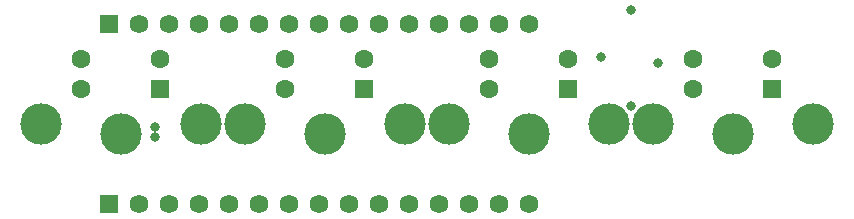
<source format=gbr>
%TF.GenerationSoftware,Altium Limited,Altium Designer,25.6.2 (33)*%
G04 Layer_Color=8388736*
%FSLAX45Y45*%
%MOMM*%
%TF.SameCoordinates,5DA55B6F-82E9-41E6-B114-64E7E2ADA8B0*%
%TF.FilePolarity,Negative*%
%TF.FileFunction,Soldermask,Top*%
%TF.Part,Single*%
G01*
G75*
%TA.AperFunction,ComponentPad*%
%ADD13C,1.59000*%
%ADD14R,1.59000X1.59000*%
%ADD26R,1.60120X1.60120*%
%ADD27C,3.50920*%
%ADD28C,1.60120*%
%TA.AperFunction,ViaPad*%
%ADD29C,0.83820*%
D13*
X1524000Y152400D02*
D03*
X1778000Y1676400D02*
D03*
X4318000D02*
D03*
X4064000D02*
D03*
X3810000D02*
D03*
X3556000D02*
D03*
X3302000D02*
D03*
X3048000D02*
D03*
X2794000D02*
D03*
X2540000D02*
D03*
X2286000D02*
D03*
X2032000D02*
D03*
X1524000D02*
D03*
X1270000D02*
D03*
X1016000D02*
D03*
X4318000Y152400D02*
D03*
X4064000D02*
D03*
X3810000D02*
D03*
X3556000D02*
D03*
X3302000D02*
D03*
X3048000D02*
D03*
X2794000D02*
D03*
X2540000D02*
D03*
X2286000D02*
D03*
X2032000D02*
D03*
X1778000D02*
D03*
X1270000D02*
D03*
X1016000D02*
D03*
D14*
X762000Y1676400D02*
D03*
Y152400D02*
D03*
D26*
X6380200Y1130300D02*
D03*
X4653000D02*
D03*
X2925800D02*
D03*
X1198600D02*
D03*
D27*
X1539600Y830300D02*
D03*
X187600D02*
D03*
X863600Y749300D02*
D03*
X6045200D02*
D03*
X5369200Y830300D02*
D03*
X6721200D02*
D03*
X4318000Y749300D02*
D03*
X3642000Y830300D02*
D03*
X4994000D02*
D03*
X2590800Y749300D02*
D03*
X1914800Y830300D02*
D03*
X3266800D02*
D03*
D28*
X528600Y1379300D02*
D03*
Y1130300D02*
D03*
X1198600Y1379300D02*
D03*
X6380200D02*
D03*
X5710200Y1130300D02*
D03*
Y1379300D02*
D03*
X4653000D02*
D03*
X3983000Y1130300D02*
D03*
Y1379300D02*
D03*
X2925800D02*
D03*
X2255800Y1130300D02*
D03*
Y1379300D02*
D03*
D29*
X5410200Y1346200D02*
D03*
X4927600Y1397000D02*
D03*
X5180565Y984087D02*
D03*
Y1796887D02*
D03*
X1153160Y723900D02*
D03*
X1154200Y811760D02*
D03*
%TF.MD5,f2092525df9687d579b6d065efa4c31d*%
M02*

</source>
